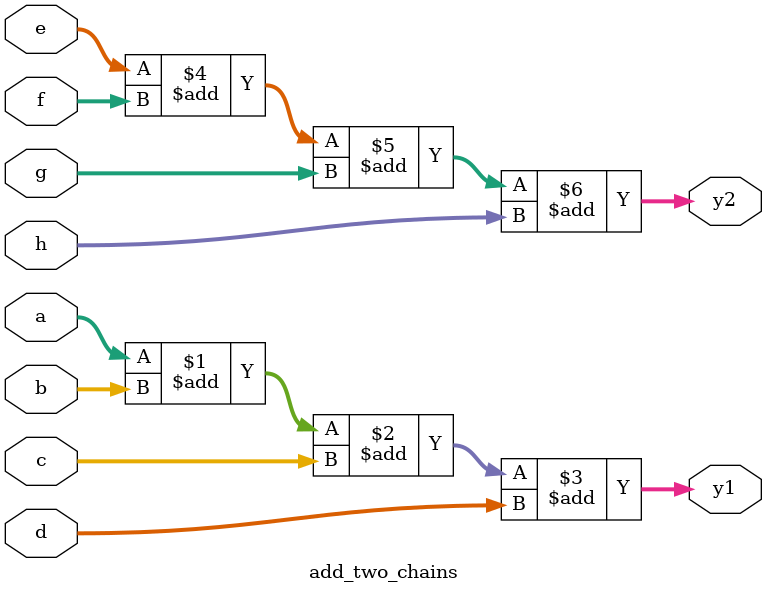
<source format=v>
module add_two_chains(
	input  [7:0] a, b, c, d,
	input  [7:0] e, f, g, h,
	output [7:0] y1,
	output [7:0] y2
);
	assign y1 = a + b + c + d;
	assign y2 = e + f + g + h;
endmodule

</source>
